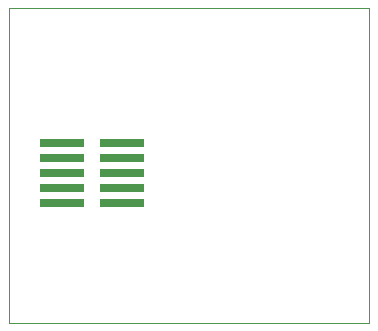
<source format=gtp>
G75*
G70*
%OFA0B0*%
%FSLAX24Y24*%
%IPPOS*%
%LPD*%
%AMOC8*
5,1,8,0,0,1.08239X$1,22.5*
%
%ADD10C,0.0000*%
%ADD11R,0.1500X0.0290*%
D10*
X000100Y000100D02*
X000100Y010600D01*
X012100Y010600D01*
X012100Y000100D01*
X000100Y000100D01*
D11*
X001850Y004100D03*
X001850Y004600D03*
X001850Y005100D03*
X001850Y005600D03*
X001850Y006100D03*
X003850Y006100D03*
X003850Y005600D03*
X003850Y005100D03*
X003850Y004600D03*
X003850Y004100D03*
M02*

</source>
